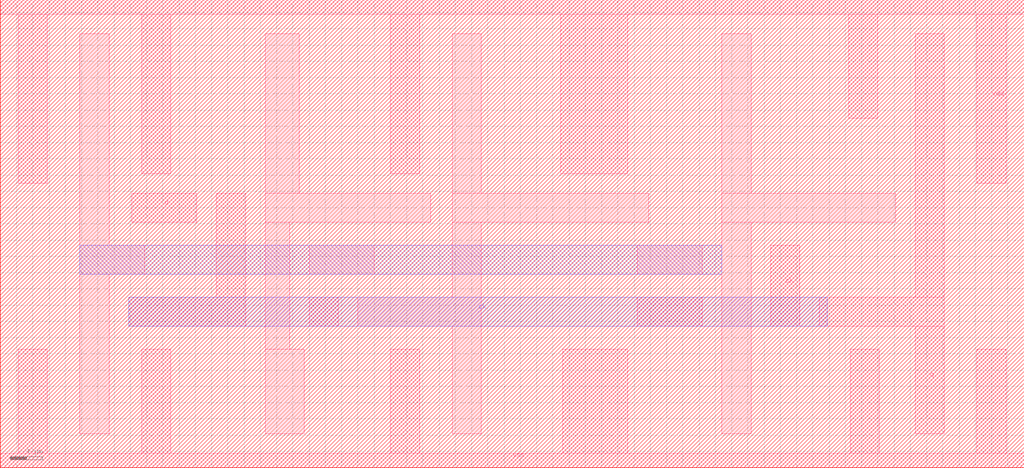
<source format=lef>
# LEF
# LEF file generated by Abstract Generator version 5.5.10 on Jul 31 16:51:52 2004
#
# Contains LEF for all bins.
# Options:   [x] Antenna
#            [x] Geometry
#            [x] Technology

VERSION 5.7 ;
BUSBITCHARS "[]" ;
DIVIDERCHAR "/" ;
UNITS
  DATABASE MICRONS 1000 ;
END UNITS

USEMINSPACING OBS ON ;
CLEARANCEMEASURE EUCLIDEAN ;

# MANUFACTURINGGRID 0.15 ;

# LAYER nwell
#   TYPE	MASTERSLICE ;
# END nwell
# 
# LAYER nactive
#   TYPE	MASTERSLICE ;
# END nactive
# 
# LAYER pactive
#   TYPE	MASTERSLICE ;
# END pactive

# LAYER poly
#   TYPE	MASTERSLICE ;
# END poly
# 
# LAYER cc
#   TYPE	CUT ;
#   SPACING	0.9 ;
# END cc

LAYER metal1
  TYPE		ROUTING ;
  DIRECTION	VERTICAL ;
  PITCH		1.5  ;
  OFFSET	1.5 ;
  WIDTH		0.9 ;
  SPACING	0.6 ;
  RESISTANCE	RPERSQ 0.085 ;
  CAPACITANCE	CPERSQDIST 3.2e-05 ;
END metal1

LAYER via1
  TYPE	CUT ;
  SPACING	1.1
    CENTERTOCENTER ;
#  PROPERTY contactResistance 1.0 ;
END via1

LAYER metal2
  TYPE		ROUTING ;
  DIRECTION	HORIZONTAL ;
  PITCH		1.6 ;
  OFFSET	0.0 ;
  WIDTH		0.9 ;
  SPACING	0.7 ;
  RESISTANCE	RPERSQ 0.085 ;
  CAPACITANCE	CPERSQDIST 1.6e-05 ;
END metal2

LAYER via2
  TYPE	CUT ;
  SPACING	1.3 
    CENTERTOCENTER ;
#  PROPERTY contactResistance 1.0 ;
END via2

LAYER metal3
  TYPE		ROUTING ;
  DIRECTION	VERTICAL ;
  PITCH		1.6 ;
  OFFSET	1.5 ;
  WIDTH		0.9 ;
  SPACING	0.7 ;
  RESISTANCE	RPERSQ 0.040 ;
  CAPACITANCE	CPERSQDIST 1e-05 ;
END metal3

# SPACING
#   SAMENET cc  via	0.150 ;
#   SAMENET via  via2	0.150 ;
# END SPACING

VIA M2_M1 DEFAULT
  LAYER metal1 ;
    RECT -0.450 -0.450 0.450 0.450 ;
  LAYER via1 ;
    RECT -0.250 -0.250 0.250 0.250 ;
  LAYER metal2 ;
    RECT -0.450 -0.450 0.450 0.450 ;
END M2_M1

VIA M3_M2 DEFAULT
  LAYER metal2 ;
    RECT -0.450 -0.450 0.450 0.450 ;
  LAYER via2 ;
    RECT -0.250 -0.250 0.250 0.250 ;
  LAYER metal3 ;
    RECT -0.450 -0.450 0.450 0.450 ;
END M3_M2

VIARULE viagen21 GENERATE
  LAYER metal1 ;
    ENCLOSURE 0.2 0.2 ;
  LAYER metal2 ;
    ENCLOSURE 0.2 0.2 ;
  LAYER via1 ;
    RECT -0.25 -0.25 0.25 0.25 ;
    SPACING 1.1 BY 1.1 ;
END viagen21

VIARULE viagen32 GENERATE
  LAYER metal3 ;
    ENCLOSURE 0.2 0.2 ;
  LAYER metal2 ;
    ENCLOSURE 0.2 0.2 ;
  LAYER via2 ;
    RECT -0.25 -0.25 0.25 0.25 ;
    SPACING 1.3 BY 1.3 ;
END viagen32

# VIARULE viagen21 GENERATE
#   LAYER metal1 ;
#     WIDTH 1.2 TO 120 ;
#     DIRECTION VERTICAL ;
#     OVERHANG 0.2 ;
#   LAYER metal2 ;
#     WIDTH 1.2 TO 120 ;
#     DIRECTION HORIZONTAL ;
#     OVERHANG 0.2 ;
#   LAYER via1 ;
#     RECT -0.25 -0.25 0.25 0.25 ;
#     SPACING 1.1 BY 1.1 ;
# END viagen21
# 
# VIARULE viagen32 GENERATE
#   LAYER metal3 ;
#     WIDTH 1.8 TO 180 ;
#     DIRECTION VERTICAL ;
#     OVERHANG 0.2 ;
#   LAYER metal2 ;
#     WIDTH 1.2 TO 120 ;
#     DIRECTION HORIZONTAL ;
#     OVERHANG 0.2 ;
#   LAYER via2 ;
#     RECT -0.25 -0.25 0.25 0.25 ;
#     SPACING 1.3 BY 1.3 ;
# END viagen32

# VIARULE TURN1 GENERATE
#   LAYER metal1 ;
#     DIRECTION VERTICAL ;
#   LAYER metal1 ;
#     DIRECTION HORIZONTAL ;
# END TURN1
# 
# VIARULE TURN2 GENERATE
#   LAYER metal2 ;
#     DIRECTION HORIZONTAL ;
#   LAYER metal2 ;
#     DIRECTION VERTICAL ;
# END TURN2
# 
# VIARULE TURN3 GENERATE
#   LAYER metal3 ;
#     DIRECTION VERTICAL ;
#   LAYER metal3 ;
#     DIRECTION HORIZONTAL ;
# END TURN3

SITE  core
    CLASS	CORE ;
    SYMMETRY	Y ;
    SIZE	1.500 BY 14.400 ;
END  core

MACRO and2_b
  CLASS CORE ;
  FOREIGN and2_b 0.000 0.000 ;
  ORIGIN 0.000 0.000 ;
  SIZE 19.500 BY 14.400 ;
  SYMMETRY X Y ;
  SITE core ;
  PIN z
    DIRECTION OUTPUT ;
    PORT
      LAYER metal1 ;
        RECT 11.400 3.900 12.300 11.750 ;
        RECT 6.950 3.000 12.300 3.900 ;
        RECT 6.950 1.050 7.850 3.000 ;
        RECT 11.400 1.050 12.300 3.000 ;
    END
  END z
  PIN a
    DIRECTION INPUT ;
    ANTENNAGATEAREA 1.860000 ;
    PORT
      LAYER metal1 ;
        RECT 0.300 5.950 2.050 6.850 ;
    END
  END a
  PIN b
    DIRECTION INPUT ;
    ANTENNAGATEAREA 1.860000 ;
    PORT
      LAYER metal1 ;
        RECT 17.450 4.350 19.200 5.250 ;
    END
  END b
  PIN vdd
    DIRECTION INOUT ;
    USE POWER ;
    SHAPE ABUTMENT ;
    PORT
      LAYER metal1 ;
        RECT 0.000 13.950 19.500 14.400 ;
        RECT 0.950 12.450 1.850 13.950 ;
        RECT 0.950 11.550 2.550 12.450 ;
        RECT 0.950 7.450 1.850 11.550 ;
        RECT 6.950 9.150 7.850 13.950 ;
        RECT 17.650 12.450 18.550 13.950 ;
        RECT 16.950 11.550 18.550 12.450 ;
        RECT 17.650 7.450 18.550 11.550 ;
    END
  END vdd
  PIN vss
    DIRECTION INOUT ;
    USE GROUND ;
    SHAPE ABUTMENT ;
    PORT
      LAYER metal1 ;
        RECT 0.950 0.450 1.850 3.900 ;
        RECT 5.050 0.450 5.950 3.900 ;
        RECT 9.150 0.450 10.050 2.400 ;
        RECT 13.300 0.450 14.200 3.750 ;
        RECT 17.650 0.450 18.550 3.200 ;
        RECT 0.000 0.000 19.500 0.450 ;
    END
  END vss
  OBS
      LAYER metal1 ;
        RECT 3.050 6.300 3.950 8.900 ;
        RECT 5.050 8.450 5.950 13.350 ;
        RECT 9.050 13.250 9.950 13.350 ;
        RECT 13.300 13.250 14.200 13.350 ;
        RECT 9.050 12.350 14.200 13.250 ;
        RECT 9.050 8.450 9.950 12.350 ;
        RECT 5.050 7.550 9.950 8.450 ;
        RECT 13.300 7.100 14.200 12.350 ;
        RECT 3.050 5.400 7.450 6.300 ;
        RECT 15.550 5.600 16.450 8.900 ;
        RECT 3.050 2.850 3.950 5.400 ;
        RECT 13.800 4.700 16.450 5.600 ;
        RECT 15.550 2.150 16.450 4.700 ;
  END
END and2_b

MACRO and2_c
  CLASS CORE ;
  FOREIGN and2_c 0.000 0.000 ;
  ORIGIN 0.000 0.000 ;
  SIZE 16.500 BY 14.400 ;
  SYMMETRY X Y ;
  SITE core ;
  PIN z
    DIRECTION OUTPUT ;
    PORT
      LAYER metal1 ;
        RECT 11.250 8.450 12.150 12.800 ;
        RECT 15.050 8.450 15.950 12.800 ;
        RECT 11.250 7.550 15.950 8.450 ;
        RECT 15.050 5.250 15.950 7.550 ;
        RECT 11.250 4.350 15.950 5.250 ;
        RECT 11.250 1.350 12.150 4.350 ;
        RECT 15.050 1.350 15.950 4.350 ;
    END
  END z
  PIN a
    DIRECTION INPUT ;
    ANTENNAGATEAREA 5.670000 ;
    PORT
      LAYER metal1 ;
        RECT 1.150 5.950 2.050 6.850 ;
    END
  END a
  PIN b
    DIRECTION INPUT ;
    ANTENNAGATEAREA 5.670000 ;
    PORT
      LAYER metal1 ;
        RECT 5.450 4.350 7.200 5.250 ;
    END
  END b
  PIN vdd
    DIRECTION INOUT ;
    USE POWER ;
    SHAPE ABUTMENT ;
    PORT
      LAYER metal1 ;
        RECT 0.000 13.950 16.500 14.400 ;
        RECT 1.150 7.600 2.050 13.950 ;
        RECT 5.450 7.450 6.350 13.950 ;
        RECT 8.200 7.600 10.250 13.950 ;
        RECT 13.150 9.050 14.050 13.950 ;
        RECT 9.300 7.450 10.250 7.600 ;
    END
  END vdd
  PIN vss
    DIRECTION INOUT ;
    USE GROUND ;
    SHAPE ABUTMENT ;
    PORT
      LAYER metal1 ;
        RECT 1.150 0.450 2.050 3.900 ;
        RECT 9.350 3.400 10.250 3.900 ;
        RECT 8.200 0.450 10.250 3.400 ;
        RECT 13.150 0.450 14.050 3.650 ;
        RECT 0.000 0.000 16.500 0.450 ;
    END
  END vss
  OBS
      LAYER metal1 ;
        RECT 3.300 6.850 4.200 13.350 ;
        RECT 3.300 5.950 14.250 6.850 ;
        RECT 3.300 3.650 4.200 5.950 ;
        RECT 3.300 2.750 6.350 3.650 ;
        RECT 5.450 1.050 6.350 2.750 ;
  END
END and2_c

MACRO buf_b
  CLASS CORE ;
  FOREIGN buf_b 0.000 0.000 ;
  ORIGIN 0.000 0.000 ;
  SIZE 6.000 BY 14.400 ;
  SYMMETRY X Y ;
  SITE core ;
  PIN z
    DIRECTION OUTPUT ;
    PORT
      LAYER metal1 ;
        RECT 4.550 6.850 5.450 13.350 ;
        RECT 4.550 4.350 5.700 6.850 ;
        RECT 4.550 1.050 5.450 4.350 ;
    END
  END z
  PIN a
    DIRECTION INPUT ;
    ANTENNAGATEAREA 1.860000 ;
    PORT
      LAYER metal1 ;
        RECT 0.300 10.750 1.950 11.650 ;
    END
  END a
  PIN vdd
    DIRECTION INOUT ;
    USE POWER ;
    SHAPE ABUTMENT ;
    PORT
      LAYER metal1 ;
        RECT 0.000 13.950 6.000 14.400 ;
        RECT 2.650 7.450 3.550 13.950 ;
    END
  END vdd
  PIN vss
    DIRECTION INOUT ;
    USE GROUND ;
    SHAPE ABUTMENT ;
    PORT
      LAYER metal1 ;
        RECT 2.650 0.450 3.550 3.900 ;
        RECT 0.000 0.000 6.000 0.450 ;
    END
  END vss
  OBS
      LAYER metal1 ;
        RECT 0.550 6.300 1.450 9.450 ;
        RECT 0.550 5.400 3.550 6.300 ;
        RECT 0.550 2.850 1.450 5.400 ;
  END
END buf_b

MACRO buf_c
  CLASS CORE ;
  FOREIGN buf_c 0.000 0.000 ;
  ORIGIN 0.000 0.000 ;
  SIZE 12.000 BY 14.400 ;
  SYMMETRY X Y ;
  SITE core ;
  PIN z
    DIRECTION OUTPUT ;
    PORT
      LAYER metal1 ;
        RECT 6.750 8.450 7.650 12.800 ;
        RECT 10.550 8.450 11.450 12.800 ;
        RECT 6.750 7.550 11.450 8.450 ;
        RECT 10.550 5.250 11.450 7.550 ;
        RECT 6.750 4.350 11.450 5.250 ;
        RECT 6.750 1.350 7.650 4.350 ;
        RECT 10.550 1.350 11.450 4.350 ;
    END
  END z
  PIN a
    DIRECTION INPUT ;
    ANTENNAGATEAREA 5.670000 ;
    PORT
      LAYER metal1 ;
        RECT 0.950 5.950 1.850 6.850 ;
    END
  END a
  PIN vdd
    DIRECTION INOUT ;
    USE POWER ;
    SHAPE ABUTMENT ;
    PORT
      LAYER metal1 ;
        RECT 0.000 13.950 12.000 14.400 ;
        RECT 0.950 7.450 1.850 13.950 ;
        RECT 4.850 7.450 5.750 13.950 ;
        RECT 8.650 9.050 9.550 13.950 ;
    END
  END vdd
  PIN vss
    DIRECTION INOUT ;
    USE GROUND ;
    SHAPE ABUTMENT ;
    PORT
      LAYER metal1 ;
        RECT 0.950 0.450 1.850 3.900 ;
        RECT 4.850 0.450 5.750 3.900 ;
        RECT 8.650 0.450 9.550 3.650 ;
        RECT 0.000 0.000 12.000 0.450 ;
    END
  END vss
  OBS
      LAYER metal1 ;
        RECT 2.850 6.850 3.750 13.350 ;
        RECT 2.850 5.950 9.750 6.850 ;
        RECT 2.850 1.050 3.750 5.950 ;
  END
END buf_c

MACRO buf_d
  CLASS CORE ;
  FOREIGN buf_d 0.000 0.000 ;
  ORIGIN 0.000 0.000 ;
  SIZE 27.000 BY 14.400 ;
  SYMMETRY X Y ;
  SITE core ;
  PIN z
    DIRECTION OUTPUT ;
    PORT
      LAYER metal1 ;
        RECT 11.550 8.450 12.450 12.900 ;
        RECT 15.350 8.450 16.250 12.900 ;
        RECT 19.150 8.450 20.050 12.900 ;
        RECT 22.950 8.450 23.850 12.900 ;
        RECT 11.550 7.550 25.750 8.450 ;
        RECT 24.850 5.250 25.750 7.550 ;
        RECT 11.550 4.350 25.750 5.250 ;
        RECT 11.550 1.250 12.450 4.350 ;
        RECT 15.350 1.250 16.250 4.350 ;
        RECT 19.150 1.250 20.050 4.350 ;
        RECT 22.950 1.250 23.850 4.350 ;
    END
  END z
  PIN a
    DIRECTION INPUT ;
    ANTENNAGATEAREA 15.480000 ;
    PORT
      LAYER metal1 ;
        RECT 1.850 5.950 6.750 6.850 ;
    END
  END a
  PIN vdd
    DIRECTION INOUT ;
    USE POWER ;
    SHAPE ABUTMENT ;
    PORT
      LAYER metal1 ;
        RECT 0.000 13.950 27.000 14.400 ;
        RECT 0.700 7.600 2.750 13.950 ;
        RECT 5.650 9.050 6.550 13.950 ;
        RECT 1.800 7.450 2.750 7.600 ;
        RECT 9.650 7.450 10.550 13.950 ;
        RECT 13.450 9.050 14.350 13.950 ;
        RECT 17.250 9.050 18.150 13.950 ;
        RECT 21.050 9.050 21.950 13.950 ;
        RECT 24.850 9.050 25.750 13.950 ;
    END
  END vdd
  PIN vss
    DIRECTION INOUT ;
    USE GROUND ;
    SHAPE ABUTMENT ;
    PORT
      LAYER metal1 ;
        RECT 1.850 3.400 2.750 3.900 ;
        RECT 0.700 0.450 2.750 3.400 ;
        RECT 5.650 0.450 6.550 3.650 ;
        RECT 9.650 0.450 10.550 3.750 ;
        RECT 13.450 0.450 14.350 3.650 ;
        RECT 17.250 0.450 18.150 3.650 ;
        RECT 21.050 0.450 21.950 3.750 ;
        RECT 24.850 0.450 25.750 3.650 ;
        RECT 0.000 0.000 27.000 0.450 ;
    END
  END vss
  OBS
      LAYER metal1 ;
        RECT 3.750 8.450 4.650 12.800 ;
        RECT 7.550 8.450 8.450 12.800 ;
        RECT 3.750 7.550 8.450 8.450 ;
        RECT 7.550 6.850 8.450 7.550 ;
        RECT 7.550 5.950 24.050 6.850 ;
        RECT 7.550 5.250 10.550 5.950 ;
        RECT 3.750 4.350 10.550 5.250 ;
        RECT 3.750 1.350 4.650 4.350 ;
        RECT 7.550 1.350 8.450 4.350 ;
  END
END buf_d

MACRO dff_b
  CLASS CORE ;
  FOREIGN dff_b 0.000 0.000 ;
  ORIGIN 0.000 0.000 ;
  SIZE 31.500 BY 14.400 ;
  SYMMETRY X Y ;
  SITE core ;
  PIN q
    DIRECTION OUTPUT ;
    ANTENNAGATEAREA 3.360000 ;
    PORT
      LAYER metal1 ;
        RECT 28.150 5.250 29.050 13.350 ;
        RECT 25.200 4.350 29.050 5.250 ;
        RECT 28.150 1.050 29.050 4.350 ;
    END
  END q
  PIN d
    DIRECTION INPUT ;
    ANTENNAGATEAREA 4.560000 ;
    PORT
      LAYER metal1 ;
        RECT 4.050 7.550 6.050 8.450 ;
    END
  END d
  PIN ck
    DIRECTION INPUT ;
    ANTENNAGATEAREA 17.039999 ;
    PORT
      LAYER metal1 ;
        RECT 6.650 5.250 7.550 8.450 ;
        RECT 3.950 4.350 7.550 5.250 ;
        RECT 9.500 4.350 10.400 5.250 ;
        RECT 19.600 4.350 21.600 5.250 ;
        RECT 23.700 4.350 24.600 6.850 ;
      LAYER metal2 ;
        RECT 3.950 4.350 25.450 5.250 ;
    END
  END ck
  PIN vdd
    DIRECTION INOUT ;
    USE POWER ;
    SHAPE ABUTMENT ;
    PORT
      LAYER metal1 ;
        RECT 0.000 13.950 31.500 14.400 ;
        RECT 0.550 8.750 1.450 13.950 ;
        RECT 4.350 9.050 5.250 13.950 ;
        RECT 12.000 9.050 12.900 13.950 ;
        RECT 17.250 9.050 19.300 13.950 ;
        RECT 26.100 10.750 27.000 13.950 ;
        RECT 30.050 8.750 30.950 13.950 ;
    END
  END vdd
  PIN vss
    DIRECTION INOUT ;
    USE GROUND ;
    SHAPE ABUTMENT ;
    PORT
      LAYER metal1 ;
        RECT 0.550 0.450 1.450 3.650 ;
        RECT 4.350 0.450 5.250 3.650 ;
        RECT 12.000 0.450 12.900 3.650 ;
        RECT 17.300 0.450 19.300 3.650 ;
        RECT 26.150 0.450 27.050 3.650 ;
        RECT 30.050 0.450 30.950 3.650 ;
        RECT 0.000 0.000 31.500 0.450 ;
    END
  END vss
  OBS
      LAYER metal1 ;
        RECT 2.450 6.850 3.350 13.350 ;
        RECT 8.150 8.450 9.200 13.350 ;
        RECT 13.900 8.450 14.800 13.350 ;
        RECT 22.200 8.450 23.100 13.350 ;
        RECT 8.150 7.550 13.250 8.450 ;
        RECT 13.900 7.550 19.950 8.450 ;
        RECT 22.200 7.550 27.550 8.450 ;
        RECT 2.450 5.950 4.450 6.850 ;
        RECT 2.450 1.050 3.350 5.950 ;
        RECT 8.150 3.650 8.900 7.550 ;
        RECT 9.500 5.950 11.500 6.850 ;
        RECT 13.900 5.250 14.800 7.550 ;
        RECT 19.600 5.950 21.600 6.850 ;
        RECT 11.000 4.350 14.800 5.250 ;
        RECT 8.150 1.050 9.350 3.650 ;
        RECT 13.900 1.050 14.800 4.350 ;
        RECT 22.200 1.050 23.100 7.550 ;
      LAYER metal2 ;
        RECT 2.450 5.950 22.200 6.850 ;
  END
END dff_b

MACRO inv_a
  CLASS CORE ;
  FOREIGN inv_a 0.000 0.000 ;
  ORIGIN 0.000 0.000 ;
  SIZE 4.500 BY 14.400 ;
  SYMMETRY X Y ;
  SITE core ;
  PIN z
    DIRECTION OUTPUT ;
    PORT
      LAYER metal1 ;
        RECT 3.050 2.850 3.950 8.900 ;
    END
  END z
  PIN a
    DIRECTION INPUT ;
    ANTENNAGATEAREA 1.860000 ;
    PORT
      LAYER metal1 ;
        RECT 0.300 5.950 2.050 6.850 ;
    END
  END a
  PIN vdd
    DIRECTION INOUT ;
    USE POWER ;
    SHAPE ABUTMENT ;
    PORT
      LAYER metal1 ;
        RECT 0.000 13.950 4.500 14.400 ;
        RECT 0.950 12.450 1.850 13.950 ;
        RECT 0.950 11.550 2.550 12.450 ;
        RECT 0.950 7.450 1.850 11.550 ;
    END
  END vdd
  PIN vss
    DIRECTION INOUT ;
    USE GROUND ;
    SHAPE ABUTMENT ;
    PORT
      LAYER metal1 ;
        RECT 0.950 0.450 1.850 3.900 ;
        RECT 0.000 0.000 4.500 0.450 ;
    END
  END vss
END inv_a

MACRO inv_b
  CLASS CORE ;
  FOREIGN inv_b 0.000 0.000 ;
  ORIGIN 0.000 0.000 ;
  SIZE 4.500 BY 14.400 ;
  SYMMETRY X Y ;
  SITE core ;
  PIN z
    DIRECTION OUTPUT ;
    PORT
      LAYER metal1 ;
        RECT 3.050 1.050 3.950 13.350 ;
    END
  END z
  PIN a
    DIRECTION INPUT ;
    ANTENNAGATEAREA 5.700000 ;
    PORT
      LAYER metal1 ;
        RECT 1.150 5.400 2.050 6.850 ;
    END
  END a
  PIN vdd
    DIRECTION INOUT ;
    USE POWER ;
    SHAPE ABUTMENT ;
    PORT
      LAYER metal1 ;
        RECT 0.000 13.950 4.500 14.400 ;
        RECT 1.150 7.450 2.050 13.950 ;
    END
  END vdd
  PIN vss
    DIRECTION INOUT ;
    USE GROUND ;
    SHAPE ABUTMENT ;
    PORT
      LAYER metal1 ;
        RECT 1.150 0.450 2.050 3.900 ;
        RECT 0.000 0.000 4.500 0.450 ;
    END
  END vss
END inv_b

MACRO inv_c
  CLASS CORE ;
  FOREIGN inv_c 0.000 0.000 ;
  ORIGIN 0.000 0.000 ;
  SIZE 9.000 BY 14.400 ;
  SYMMETRY X Y ;
  SITE core ;
  PIN z
    DIRECTION OUTPUT ;
    PORT
      LAYER metal1 ;
        RECT 3.750 8.450 4.650 12.800 ;
        RECT 7.550 8.450 8.450 12.800 ;
        RECT 3.750 7.550 8.450 8.450 ;
        RECT 7.550 5.250 8.450 7.550 ;
        RECT 3.750 4.350 8.450 5.250 ;
        RECT 3.750 1.350 4.650 4.350 ;
        RECT 7.550 1.350 8.450 4.350 ;
    END
  END z
  PIN a
    DIRECTION INPUT ;
    ANTENNAGATEAREA 15.480000 ;
    PORT
      LAYER metal1 ;
        RECT 1.850 5.950 6.750 6.850 ;
    END
  END a
  PIN vdd
    DIRECTION INOUT ;
    USE POWER ;
    SHAPE ABUTMENT ;
    PORT
      LAYER metal1 ;
        RECT 0.000 13.950 9.000 14.400 ;
        RECT 0.700 7.600 2.750 13.950 ;
        RECT 5.650 9.050 6.550 13.950 ;
        RECT 1.800 7.450 2.750 7.600 ;
    END
  END vdd
  PIN vss
    DIRECTION INOUT ;
    USE GROUND ;
    SHAPE ABUTMENT ;
    PORT
      LAYER metal1 ;
        RECT 1.850 3.400 2.750 3.900 ;
        RECT 0.700 0.450 2.750 3.400 ;
        RECT 5.650 0.450 6.550 3.650 ;
        RECT 0.000 0.000 9.000 0.450 ;
    END
  END vss
END inv_c

MACRO inv_d
  CLASS CORE ;
  FOREIGN inv_d 0.000 0.000 ;
  ORIGIN 0.000 0.000 ;
  SIZE 18.000 BY 14.400 ;
  SYMMETRY X Y ;
  SITE core ;
  PIN z
    DIRECTION OUTPUT ;
    PORT
      LAYER metal1 ;
        RECT 2.550 8.450 3.450 12.900 ;
        RECT 6.350 8.450 7.250 12.900 ;
        RECT 10.150 8.450 11.050 12.900 ;
        RECT 13.950 8.450 14.850 12.900 ;
        RECT 2.550 7.550 16.750 8.450 ;
        RECT 15.850 5.250 16.750 7.550 ;
        RECT 2.550 4.350 16.750 5.250 ;
        RECT 2.550 1.250 3.450 4.350 ;
        RECT 6.350 1.250 7.250 4.350 ;
        RECT 10.150 1.250 11.050 4.350 ;
        RECT 13.950 1.250 14.850 4.350 ;
    END
  END z
  PIN a
    DIRECTION INPUT ;
    ANTENNAGATEAREA 42.239998 ;
    PORT
      LAYER metal1 ;
        RECT 0.650 5.950 15.050 6.850 ;
    END
  END a
  PIN vdd
    DIRECTION INOUT ;
    USE POWER ;
    SHAPE ABUTMENT ;
    PORT
      LAYER metal1 ;
        RECT 0.000 13.950 18.000 14.400 ;
        RECT 0.650 7.450 1.550 13.950 ;
        RECT 4.450 9.050 5.350 13.950 ;
        RECT 8.250 9.050 9.150 13.950 ;
        RECT 12.050 9.050 12.950 13.950 ;
        RECT 15.850 9.050 16.750 13.950 ;
    END
  END vdd
  PIN vss
    DIRECTION INOUT ;
    USE GROUND ;
    SHAPE ABUTMENT ;
    PORT
      LAYER metal1 ;
        RECT 0.650 0.450 1.550 3.900 ;
        RECT 4.450 0.450 5.350 3.650 ;
        RECT 8.250 0.450 9.150 3.650 ;
        RECT 12.050 0.450 12.950 3.750 ;
        RECT 15.850 0.450 16.750 3.650 ;
        RECT 0.000 0.000 18.000 0.450 ;
    END
  END vss
END inv_d

MACRO nand2_b
  CLASS CORE ;
  FOREIGN nand2_b 0.000 0.000 ;
  ORIGIN 0.000 0.000 ;
  SIZE 7.500 BY 14.400 ;
  SYMMETRY X Y ;
  SITE core ;
  PIN z
    DIRECTION OUTPUT ;
    PORT
      LAYER metal1 ;
        RECT 3.300 3.650 4.200 13.350 ;
        RECT 3.300 2.750 6.350 3.650 ;
        RECT 5.450 1.050 6.350 2.750 ;
    END
  END z
  PIN a
    DIRECTION INPUT ;
    ANTENNAGATEAREA 5.700000 ;
    PORT
      LAYER metal1 ;
        RECT 1.150 5.400 2.050 6.850 ;
    END
  END a
  PIN b
    DIRECTION INPUT ;
    ANTENNAGATEAREA 5.700000 ;
    PORT
      LAYER metal1 ;
        RECT 5.450 4.350 7.200 5.250 ;
    END
  END b
  PIN vdd
    DIRECTION INOUT ;
    USE POWER ;
    SHAPE ABUTMENT ;
    PORT
      LAYER metal1 ;
        RECT 0.000 13.950 7.500 14.400 ;
        RECT 1.150 7.600 2.050 13.950 ;
        RECT 5.450 7.450 6.350 13.950 ;
    END
  END vdd
  PIN vss
    DIRECTION INOUT ;
    USE GROUND ;
    SHAPE ABUTMENT ;
    PORT
      LAYER metal1 ;
        RECT 1.150 0.450 2.050 3.900 ;
        RECT 0.000 0.000 7.500 0.450 ;
    END
  END vss
END nand2_b

MACRO nor2_b
  CLASS CORE ;
  FOREIGN nor2_b 0.000 0.000 ;
  ORIGIN 0.000 0.000 ;
  SIZE 10.500 BY 14.400 ;
  SYMMETRY X Y ;
  SITE core ;
  PIN z
    DIRECTION OUTPUT ;
    PORT
      LAYER metal1 ;
        RECT 6.900 3.900 7.800 11.750 ;
        RECT 2.450 3.000 7.800 3.900 ;
        RECT 2.450 1.050 3.350 3.000 ;
        RECT 6.900 1.050 7.800 3.000 ;
    END
  END z
  PIN a
    DIRECTION INPUT ;
    ANTENNAGATEAREA 9.570000 ;
    PORT
      LAYER metal1 ;
        RECT 2.050 5.400 2.950 6.850 ;
    END
  END a
  PIN b
    DIRECTION INPUT ;
    ANTENNAGATEAREA 9.570000 ;
    PORT
      LAYER metal1 ;
        RECT 9.300 4.350 10.200 5.600 ;
    END
  END b
  PIN vdd
    DIRECTION INOUT ;
    USE POWER ;
    SHAPE ABUTMENT ;
    PORT
      LAYER metal1 ;
        RECT 0.000 13.950 10.500 14.400 ;
        RECT 2.450 9.150 3.350 13.950 ;
    END
  END vdd
  PIN vss
    DIRECTION INOUT ;
    USE GROUND ;
    SHAPE ABUTMENT ;
    PORT
      LAYER metal1 ;
        RECT 0.550 0.450 1.450 3.900 ;
        RECT 4.650 0.450 5.550 2.400 ;
        RECT 8.800 0.450 9.700 3.750 ;
        RECT 0.000 0.000 10.500 0.450 ;
    END
  END vss
  OBS
      LAYER metal1 ;
        RECT 0.550 8.450 1.450 13.350 ;
        RECT 4.550 13.250 5.450 13.350 ;
        RECT 8.800 13.250 9.700 13.350 ;
        RECT 4.550 12.350 9.700 13.250 ;
        RECT 4.550 8.450 5.450 12.350 ;
        RECT 0.550 7.550 5.450 8.450 ;
        RECT 8.800 7.100 9.700 12.350 ;
  END
END nor2_b

MACRO or2_b
  CLASS CORE ;
  FOREIGN or2_b 0.000 0.000 ;
  ORIGIN 0.000 0.000 ;
  SIZE 10.500 BY 14.400 ;
  SYMMETRY X Y ;
  SITE core ;
  PIN z
    DIRECTION OUTPUT ;
    PORT
      LAYER metal1 ;
        RECT 4.800 3.750 5.700 13.350 ;
        RECT 2.650 0.450 3.550 3.750 ;
        RECT 4.800 2.750 7.850 3.750 ;
        RECT 6.950 0.450 7.850 2.750 ;
        RECT 0.000 0.000 10.500 0.450 ;
    END
  END z
  PIN a
    DIRECTION INPUT ;
    ANTENNAGATEAREA 1.860000 ;
    PORT
      LAYER metal1 ;
        RECT 0.300 1.150 1.450 2.050 ;
    END
  END a
  PIN b
    DIRECTION INPUT ;
    ANTENNAGATEAREA 1.860000 ;
    PORT
      LAYER metal1 ;
        RECT 8.500 10.750 10.200 11.650 ;
    END
  END b
  PIN vdd
    DIRECTION INOUT ;
    USE POWER ;
    SHAPE ABUTMENT ;
    PORT
      LAYER metal1 ;
        RECT 0.000 13.950 10.500 14.400 ;
        RECT 1.500 11.250 3.550 13.950 ;
        RECT 2.650 7.450 3.550 11.250 ;
        RECT 6.950 7.450 7.850 13.950 ;
    END
  END vdd
  OBS
      LAYER metal1 ;
        RECT 0.550 5.250 1.450 8.450 ;
        RECT 9.050 5.250 9.950 8.450 ;
        RECT 0.550 4.350 4.150 5.250 ;
        RECT 6.550 4.350 9.950 5.250 ;
        RECT 0.550 3.000 1.450 4.350 ;
        RECT 9.050 2.850 9.950 4.350 ;
  END
END or2_b

MACRO xor2_a
  CLASS CORE ;
  FOREIGN xor2_a 0.000 0.000 ;
  ORIGIN 0.000 0.000 ;
  SIZE 15.000 BY 14.400 ;
  SYMMETRY X Y ;
  SITE core ;
  PIN z
    DIRECTION OUTPUT ;
    PORT
      LAYER metal1 ;
        RECT 7.050 2.750 7.950 13.350 ;
    END
  END z
  PIN a
    DIRECTION INPUT ;
    ANTENNAGATEAREA 6.570000 ;
    PORT
      LAYER metal1 ;
        RECT 2.550 4.350 4.300 5.250 ;
    END
  END a
  PIN b
    DIRECTION INPUT ;
    ANTENNAGATEAREA 6.570000 ;
    PORT
      LAYER metal1 ;
        RECT 9.650 5.950 12.450 6.850 ;
        RECT 5.350 2.050 6.250 5.250 ;
        RECT 9.650 2.050 10.550 5.950 ;
        RECT 5.350 1.150 10.550 2.050 ;
    END
  END b
  PIN vdd
    DIRECTION INOUT ;
    USE POWER ;
    SHAPE ABUTMENT ;
    PORT
      LAYER metal1 ;
        RECT 0.000 13.950 15.000 14.400 ;
        RECT 2.750 9.150 3.650 13.950 ;
        RECT 11.350 9.150 12.250 13.950 ;
    END
  END vdd
  PIN vss
    DIRECTION INOUT ;
    USE GROUND ;
    SHAPE ABUTMENT ;
    PORT
      LAYER metal1 ;
        RECT 2.750 0.450 3.650 3.650 ;
        RECT 11.350 0.450 12.250 3.650 ;
        RECT 0.000 0.000 15.000 0.450 ;
    END
  END vss
  OBS
      LAYER metal1 ;
        RECT 0.650 2.600 1.550 11.000 ;
        RECT 8.750 7.550 9.650 8.450 ;
        RECT 5.350 5.950 6.250 6.850 ;
        RECT 13.450 5.250 14.350 10.600 ;
        RECT 11.150 4.350 14.350 5.250 ;
        RECT 13.450 2.300 14.350 4.350 ;
      LAYER metal2 ;
        RECT 0.650 7.550 9.650 8.450 ;
        RECT 5.350 5.950 7.950 6.850 ;
        RECT 7.050 5.250 7.950 5.950 ;
        RECT 7.050 4.350 12.050 5.250 ;
  END
END xor2_a

MACRO tie0_b
  CLASS CORE ;
  FOREIGN tie0_b 0.000 0.000 ;
  ORIGIN 0.000 0.000 ;
  SIZE 4.500 BY 14.400 ;
  SYMMETRY X Y ;
  SITE core ;
  PIN z
    DIRECTION OUTPUT ;
    PORT
      LAYER metal1 ;
        RECT 3.050 1.050 3.950 5.250 ;
    END
  END z
  PIN vdd
    DIRECTION INOUT ;
    USE POWER ;
    SHAPE ABUTMENT ;
    PORT
      LAYER metal1 ;
        RECT 0.000 13.950 4.500 14.400 ;
        RECT 1.150 7.450 2.050 13.950 ;
    END
  END vdd
  PIN vss
    DIRECTION INOUT ;
    USE GROUND ;
    SHAPE ABUTMENT ;
    PORT
      LAYER metal1 ;
        RECT 1.150 0.450 2.050 3.900 ;
        RECT 0.000 0.000 4.500 0.450 ;
    END
  END vss
  OBS
      LAYER metal1 ;
        RECT 3.050 6.850 3.950 13.350 ;
        RECT 1.150 5.950 3.950 6.850 ;
  END
END tie0_b

MACRO tie1_b
  CLASS CORE ;
  FOREIGN tie1_b 0.000 0.000 ;
  ORIGIN 0.000 0.000 ;
  SIZE 4.500 BY 14.400 ;
  SYMMETRY X Y ;
  SITE core ;
  PIN z
    DIRECTION OUTPUT ;
    PORT
      LAYER metal1 ;
        RECT 3.050 7.550 3.950 13.350 ;
    END
  END z
  PIN vdd
    DIRECTION INOUT ;
    USE POWER ;
    SHAPE ABUTMENT ;
    PORT
      LAYER metal1 ;
        RECT 0.000 13.950 4.500 14.400 ;
        RECT 1.150 7.450 2.050 13.950 ;
    END
  END vdd
  PIN vss
    DIRECTION INOUT ;
    USE GROUND ;
    SHAPE ABUTMENT ;
    PORT
      LAYER metal1 ;
        RECT 1.150 0.450 2.050 3.900 ;
        RECT 0.000 0.000 4.500 0.450 ;
    END
  END vss
  OBS
      LAYER metal1 ;
        RECT 1.150 5.950 3.950 6.850 ;
        RECT 3.050 1.050 3.950 5.950 ;
  END
END tie1_b

MACRO nwsx
  CLASS CORE ;
  FOREIGN nwsx 0.000 0.000 ;
  ORIGIN 0.000 0.000 ;
  SIZE 3.000 BY 14.400 ;
  SYMMETRY X Y ;
  SITE core ;
  PIN vdd
    DIRECTION INOUT ;
    USE POWER ;
    SHAPE ABUTMENT ;
    PORT
      LAYER metal1 ;
        RECT 0.000 13.950 3.000 14.400 ;
        RECT 1.050 10.450 1.950 13.950 ;
    END
  END vdd
  PIN vss
    DIRECTION INOUT ;
    USE GROUND ;
    SHAPE ABUTMENT ;
    PORT
      LAYER metal1 ;
        RECT 1.050 0.450 1.950 2.900 ;
        RECT 0.000 0.000 3.000 0.450 ;
    END
  END vss
END nwsx

END LIBRARY

</source>
